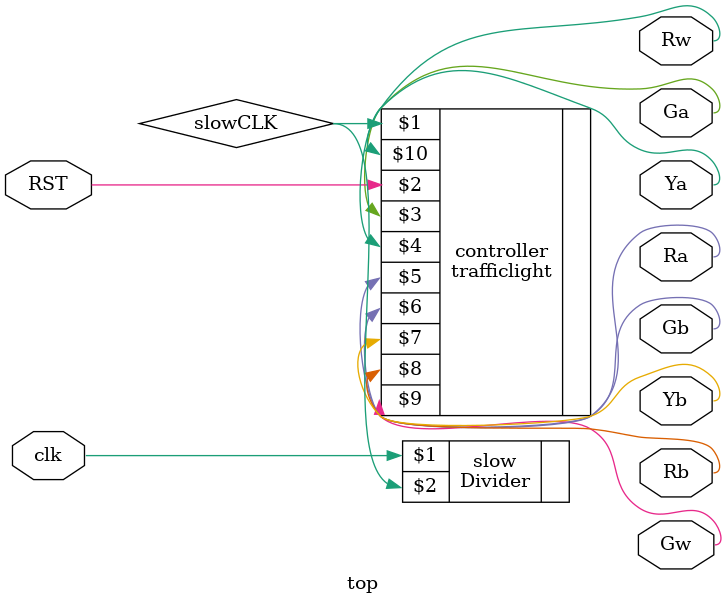
<source format=v>
module top(clk, RST, Ga, Ya, Ra, Gb, Yb, Rb, Gw, Rw);
  input clk, RST;
  output Ga, Ya, Ra, Gb, Yb, Rb, Gw, Rw;
  wire slowCLK; 
  
  Divider slow(clk, slowCLK);
  trafficlight controller(slowCLK, RST, Ga, Ya, Ra, Gb, Yb, Rb, Gw, Rw);
  
 endmodule 
  

</source>
